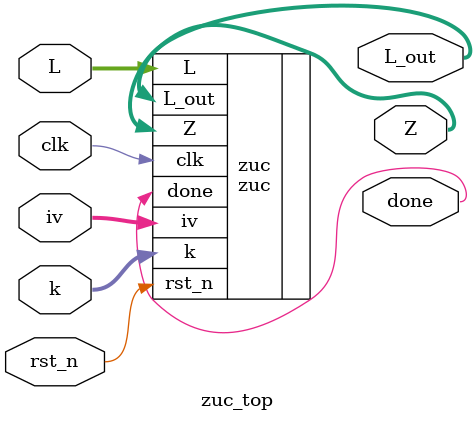
<source format=v>
`timescale 1ns / 1ps


module zuc_top(
        input clk,
        input rst_n,
        input [127:0] k,
        input [127:0] iv,
        input [7:0] L,
        output [7:0] L_out,
        output [31:0] Z,
        output done
    );

    zuc zuc(
        .clk(clk),
        .rst_n(rst_n),
        .k(k),
        .iv(iv),
        .L(L),
        .L_out(L_out), // which Z
        .done(done), // 输出一个z，发出一个done=1，然后置0
        .Z(Z)
    );
endmodule

</source>
